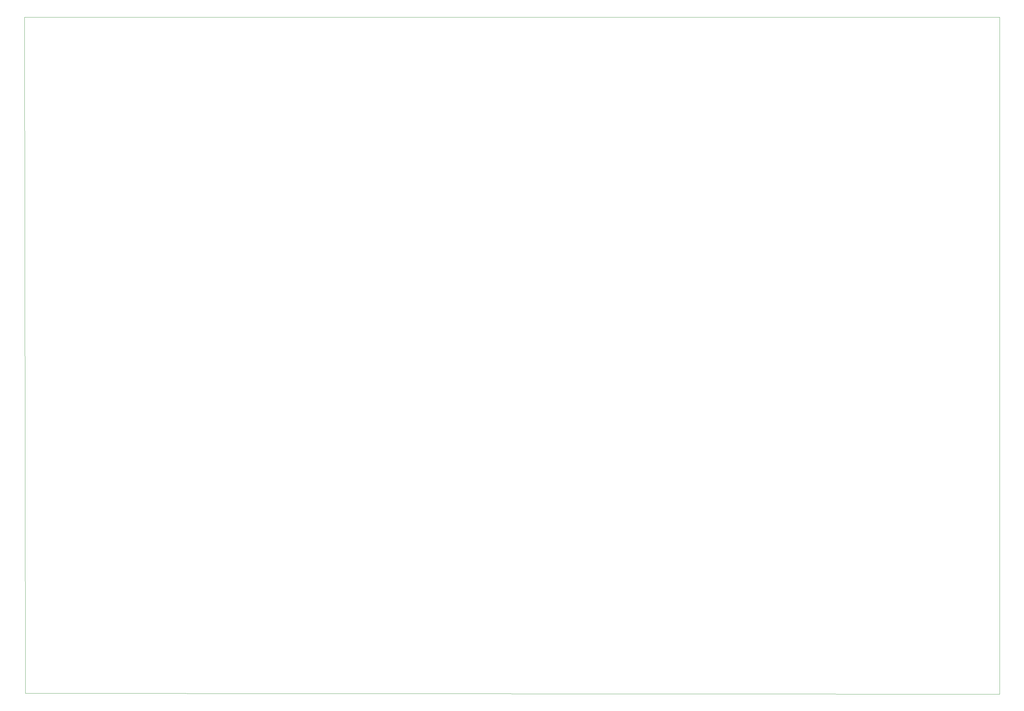
<source format=gm1>
G04 #@! TF.GenerationSoftware,KiCad,Pcbnew,5.1.5-52549c5~84~ubuntu18.04.1*
G04 #@! TF.CreationDate,2020-02-09T17:31:39-05:00*
G04 #@! TF.ProjectId,cropdroid-reservoir,63726f70-6472-46f6-9964-2d7265736572,0.3a*
G04 #@! TF.SameCoordinates,Original*
G04 #@! TF.FileFunction,Profile,NP*
%FSLAX46Y46*%
G04 Gerber Fmt 4.6, Leading zero omitted, Abs format (unit mm)*
G04 Created by KiCad (PCBNEW 5.1.5-52549c5~84~ubuntu18.04.1) date 2020-02-09 17:31:39*
%MOMM*%
%LPD*%
G04 APERTURE LIST*
%ADD10C,0.050000*%
G04 APERTURE END LIST*
D10*
X13081000Y-9906000D02*
X13335000Y-199898000D01*
X287020000Y-200152000D02*
X13335000Y-199898000D01*
X287020000Y-9906000D02*
X287020000Y-200152000D01*
X13081000Y-9906000D02*
X287020000Y-9906000D01*
M02*

</source>
